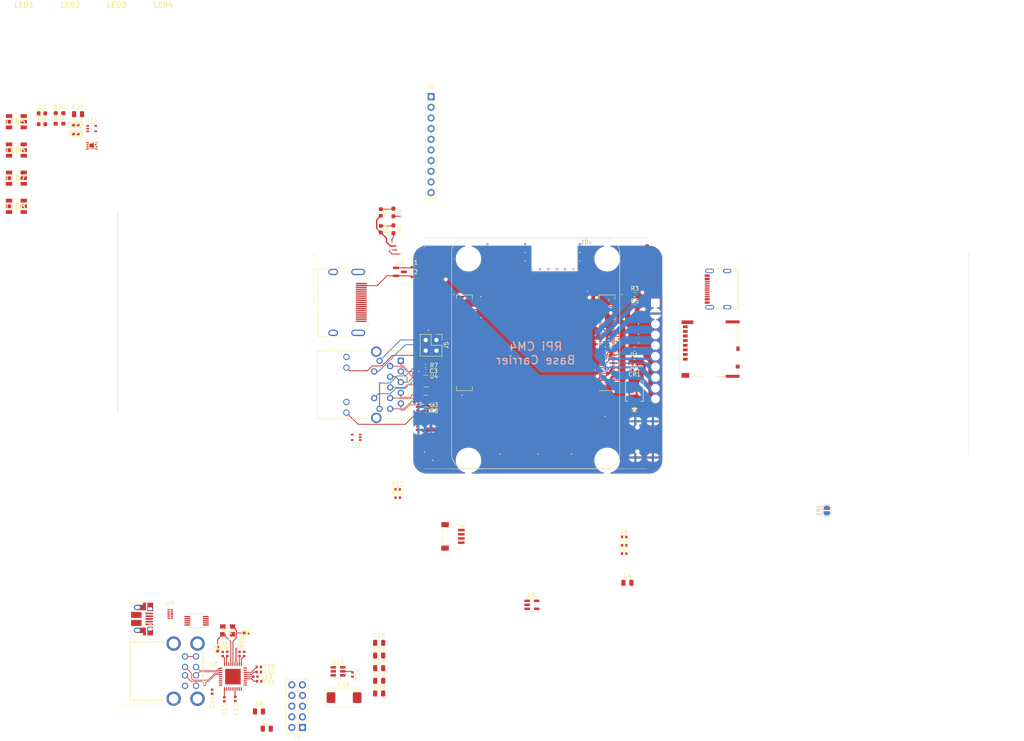
<source format=kicad_pcb>
(kicad_pcb (version 20221018) (generator pcbnew)
  (title_block (title "Raspberry Pi Compute Module 4 Carrier Template") (date "2020-10-31") (rev "v01") (comment 2 "creativecommons.org/licenses/by/4.0/") (comment 3 "License: CC BY-SA 4.0") (comment 4 "Author: Shawn Hymel"))
  (layers (0 "F.Cu" signal) (1 "In1.Cu" signal) (2 "In2.Cu" signal) (31 "B.Cu" signal) (34 "B.Paste" user) (35 "F.Paste" user) (36 "B.SilkS" user "B.Silkscreen") (37 "F.SilkS" user "F.Silkscreen") (38 "B.Mask" user) (39 "F.Mask" user) (44 "Edge.Cuts" user))
  (net 0 "")
  (net 1 "/CM4 High Speed/HDMI/HDMI_5v")
  (net 2 "Net-(C3-Pad1)")
  (net 3 "GND")
  (net 4 "+5V")
  (net 5 "/SDCard/SD_PWR")
  (net 6 "Net-(U8-XTALIN{slash}CLKIN)")
  (net 7 "Net-(U8-XTALOUT)")
  (net 8 "+3V3")
  (net 10 "/CM4 High Speed/USB2-HUB/VBUS")
  (net 11 "Net-(D1-K)")
  (net 12 "Net-(D2-K)")
  (net 13 "/CM4 High Speed/HDMI0_HOTPLUG")
  (net 14 "/CM4 High Speed/HDMI0_SDA")
  (net 15 "/CM4 High Speed/HDMI0_SCL")
  (net 16 "/CM4 GPIO/nRPIBOOT")
  (net 18 "/CM4 High Speed/HDMI0_CEC")
  (net 19 "/CM4 High Speed/HDMI0_CK_N")
  (net 20 "Net-(D3-K)")
  (net 21 "/CM4 GPIO/GPIO7")
  (net 22 "/CM4 GPIO/GPIO8")
  (net 23 "Net-(D4-K)")
  (net 24 "/CM4 GPIO/LEDs/SCL")
  (net 25 "/CM4 GPIO/LEDs/SDA")
  (net 26 "/CM4 GPIO/GPIO11")
  (net 27 "/CM4 GPIO/GPIO9")
  (net 30 "/CM4 GPIO/GPIO10")
  (net 31 "/CM4 GPIO/GPIO15")
  (net 34 "Net-(J3-CC2)")
  (net 36 "/CM4 GPIO/GPIO14")
  (net 37 "Net-(J3-CC1)")
  (net 40 "/magjack/TR1_TAP")
  (net 41 "/magjack/TR2_TAP")
  (net 42 "/magjack/TR0_TAP")
  (net 43 "/magjack/TR3_TAP")
  (net 44 "Net-(J6-DET_A)")
  (net 45 "Net-(J6-DET_B)")
  (net 46 "/CM4 GPIO/SD_DAT1")
  (net 47 "/CM4 GPIO/SD_DAT0")
  (net 48 "/CM4 GPIO/SD_CLK")
  (net 49 "/CM4 GPIO/SD_CMD")
  (net 50 "/CM4 GPIO/SD_DAT3")
  (net 51 "/CM4 GPIO/SD_DAT2")
  (net 52 "Net-(J7-VBUS)")
  (net 53 "/CM4 High Speed/USB2-HUB/USBD_N")
  (net 54 "/CM4 High Speed/USB2-HUB/USBD_P")
  (net 56 "/CM4 High Speed/USB2-HUB/HD1_N")
  (net 57 "/CM4 High Speed/USB2-HUB/HD1_P")
  (net 58 "/CM4 High Speed/USB2-HUB/HD2_N")
  (net 59 "/CM4 GPIO/GPIO2")
  (net 60 "/CM4 High Speed/USB2-HUB/HD2_P")
  (net 61 "/CM4 High Speed/USB2-HUB/HD3_N")
  (net 62 "/CM4 High Speed/USB2-HUB/HD4_N")
  (net 63 "/CM4 High Speed/USB2-HUB/HD3_P")
  (net 65 "/CM4 High Speed/USB2-HUB/HD4_P")
  (net 68 "/CM4 GPIO/TRD3_P")
  (net 69 "/CM4 High Speed/USB2_N")
  (net 70 "/CM4 GPIO/TRD1_P")
  (net 71 "/CM4 GPIO/TRD3_N")
  (net 72 "/CM4 GPIO/TRD1_N")
  (net 73 "/CM4 GPIO/TRD2_N")
  (net 74 "/CM4 GPIO/EEPROM_nWP")
  (net 75 "/CM4 GPIO/TRD0_N")
  (net 76 "/CM4 GPIO/TRD2_P")
  (net 77 "/CM4 GPIO/TRD0_P")
  (net 78 "/CM4 GPIO/ETH_LEDY")
  (net 79 "/CM4 GPIO/nLED_Activity")
  (net 81 "/CM4 GPIO/ETH_LEDG")
  (net 82 "/CM4 GPIO/nPWR_LED")
  (net 84 "/CM4 High Speed/USB_OTG_ID")
  (net 86 "Net-(R6-Pad2)")
  (net 110 "/CM4 GPIO/GPIO3")
  (net 112 "/CM4 GPIO/SD_PWR_ON")
  (net 114 "/CM4 GPIO/SCL0")
  (net 115 "/CM4 GPIO/SDA0")
  (net 123 "/CM4 High Speed/USB2-HUB/nEXTRST")
  (net 180 "Net-(U5-LEDG_K)")
  (net 181 "Net-(U5-LEDY_K)")
  (net 182 "/SDCard/Reserved")
  (net 183 "Net-(U8-SCL{slash}SMBCLK{slash}CFG_SEL0)")
  (net 184 "Net-(U8-SDA{slash}SMBDATA{slash}NON_REM1)")
  (net 185 "Net-(U8-SUSP_IND{slash}LOCAL_PWR{slash}NON_REM0)")
  (net 186 "Net-(U8-RBIAS)")
  (net 187 "Net-(U8-HS_IND{slash}CFG_SEL1)")
  (net 188 "Net-(U10-ILIM)")
  (net 191 "/CM4 High Speed/USB2-HUB/USBH_N")
  (net 192 "/CM4 High Speed/USB2-HUB/USBH_P")
  (net 194 "/CM4 High Speed/USB2-HUB/PWR1")
  (net 195 "/CM4 High Speed/USB2-HUB/nOCS1")
  (net 201 "Net-(U9-D1+)")
  (net 202 "Net-(U9-D1-)")
  (net 203 "/CM4 GPIO/LEDs/RGB3")
  (net 204 "/CM4 GPIO/LEDs/RGB4")
  (net 205 "/CM4 GPIO/LEDs/RGB2")
  (net 206 "/CM4 GPIO/LEDs/RGB1")
  (net 207 "Net-(R21-Pad2)")
  (footprint "Resistor_SMD:R_0603_1608Metric_Pad0.98x0.95mm_HandSolder" (layer "F.Cu") (at 169.5875 93.5)
    (fp_text reference "R5")
    (fp_text value "DNP")
  )
  (footprint "CM4IO:USB_Micro-B_EDAC_UCON00686" (layer "F.Cu") (at 51.2 167.7625 -90)
    (fp_text reference "J7")
    (fp_text value "USB_OTG" hide)
  )
  (footprint "Resistor_SMD:R_0402_1005Metric" (layer "F.Cu") (at 119.8 107.5)
    (fp_text reference "R7")
    (fp_text value "470R")
  )
  (footprint "Package_SO:MSOP-10_3x3mm_P0.5mm" (layer "F.Cu") (at 65.3 168.2 180)
    (fp_text reference "U7")
    (fp_text value "FSUSB42MUX")
  )
  (footprint "Resistor_SMD:R_0402_1005Metric" (layer "F.Cu") (at 113.155 138.885)
    (fp_text reference "R13")
    (fp_text value "2.2K 1%" hide)
  )
  (footprint "CM4IO:SDCARD_MOLEX_503398-1892" (layer "F.Cu") (at 187.2325 103.5 90)
    (fp_text reference "J6")
    (fp_text value "Micro_SD_Card_Det")
  )
  (footprint "CM4IO:MOLEX_USB_67298-4090" (layer "F.Cu") (at 59.835 180.2 -90)
    (fp_text reference "J8")
    (fp_text value "690-008-221-904")
  )
  (footprint "Capacitor_SMD:C_0805_2012Metric" (layer "F.Cu") (at 108.75 173.47)
    (fp_text reference "C15")
    (fp_text value "10u")
  )
  (footprint "Resistor_SMD:R_0603_1608Metric_Pad0.98x0.95mm_HandSolder" (layer "F.Cu") (at 169.5 106.5 180)
    (fp_text reference "R4")
    (fp_text value "5.1k")
  )
  (footprint "Resistor_SMD:R_0402_1005Metric" (layer "F.Cu") (at 102.4 181 -90)
    (fp_text reference "R19")
    (fp_text value "15K 1%" hide)
  )
  (footprint "SamacSys_Parts:RESC1005X37N" (layer "F.Cu") (at 36.53 52.28)
    (fp_text reference "R23")
    (fp_text value "4K7" hide)
  )
  (footprint "Resistor_SMD:R_0402_1005Metric" (layer "F.Cu") (at 113.155 136.895)
    (fp_text reference "R12")
    (fp_text value "2.2K 1%" hide)
  )
  (footprint "Resistor_SMD:R_0603_1608Metric_Pad0.98x0.95mm_HandSolder" (layer "F.Cu") (at 32.68 49.81)
    (fp_text reference "R21")
    (fp_text value "1k")
  )
  (footprint "Fiducial:Fiducial_1mm_Mask2mm" (layer "F.Cu") (at 119.5 130)
    (fp_text reference "REF**" hide)
    (fp_text value "Fiducial_1mm_Mask2mm")
  )
  (footprint "Resistor_SMD:R_0402_1005Metric" (layer "F.Cu") (at 76.6 176.1 90)
    (fp_text reference "R16")
    (fp_text value "36K 1%" hide)
  )
  (footprint "Resistor_SMD:R_0402_1005Metric" (layer "F.Cu") (at 167.06 152.21)
    (fp_text reference "R11")
    (fp_text value "12K 1%")
  )
  (footprint "Resistor_SMD:R_0402_1005Metric" (layer "F.Cu") (at 80.2 182.6)
    (fp_text reference "R15")
    (fp_text value "36K 1%" hide)
  )
  (footprint "Capacitor_SMD:C_0402_1005Metric" (layer "F.Cu") (at 71.5 176.12 90)
    (fp_text reference "C9")
    (fp_text value "100n" hide)
  )
  (footprint "SamacSys_Parts:CAPC1005X56N" (layer "F.Cu") (at 70.3 174.95 -90)
    (fp_text reference "C5")
    (fp_text value "8pf" hide)
  )
  (footprint "Capacitor_SMD:C_0402_1005Metric" (layer "F.Cu") (at 79.3 181.5)
    (fp_text reference "C13")
    (fp_text value "100n" hide)
  )
  (footprint "Capacitor_SMD:C_0805_2012Metric" (layer "F.Cu") (at 37.08 47.55)
    (fp_text reference "C21")
    (fp_text value "10u")
  )
  (footprint "Package_TO_SOT_SMD:SOT-23-6" (layer "F.Cu") (at 98.9625 180.25)
    (fp_text reference "U10")
    (fp_text value "AP22653W6" hide)
  )
  (footprint "Resistor_SMD:R_0402_1005Metric" (layer "F.Cu") (at 119.8 118.2)
    (fp_text reference "R8")
    (fp_text value "470R")
  )
  (footprint "SamacSys_Parts:515-1114F" (layer "F.Cu") (at 25.135 45.3)
    (fp_text reference "LED1")
    (fp_text value "515-1114F" hide)
  )
  (footprint "Resistor_SMD:R_0402_1005Metric" (layer "F.Cu") (at 80.1 180.4)
    (fp_text reference "R14")
    (fp_text value "36K 1%" hide)
  )
  (footprint "footprints:SMBJ5.0A-TR" (layer "F.Cu") (at 169.5 113.5 90)
    (fp_text reference "CR1")
    (fp_text value "SMBJ5.0A-TR" hide)
  )
  (footprint "SamacSys_Parts:APF3236SEEZGKQBKC" (layer "F.Cu") (at 22.405 56.095)
    (fp_text reference "LED6")
    (fp_text value "APF3236SEEZGKQBKC" hide)
  )
  (footprint "CM4IO:TRJG0926HENL" (layer "F.Cu") (at 105.0125 112 -90)
    (fp_text reference "U5")
    (fp_text value "MagJack-A70-112-331N126" hide)
  )
  (footprint "SamacSys_Parts:515-1114F" (layer "F.Cu") (at 36.19 45.3)
    (fp_text reference "LED2")
    (fp_text value "515-1114F" hide)
  )
  (footprint "Connector_PinHeader_2.54mm:PinHeader_2x05_P2.54mm_Vertical" (layer "F.Cu") (at 90.5 193.62 180)
    (fp_text reference "J9")
    (fp_text value "Conn_02x05_Odd_Even" hide)
  )
  (footprint "Capacitor_SMD:C_0402_1005Metric" (layer "F.Cu") (at 74.5 186.8 -90)
    (fp_text reference "C12")
    (fp_text value "100n" hide)
  )
  (footprint "Capacitor_SMD:C_0805_2012Metric" (layer "F.Cu") (at 167.83 159.16)
    (fp_text reference "C4")
    (fp_text value "10u")
  )
  (footprint "Package_TO_SOT_SMD:SOT-23" (layer "F.Cu") (at 113.7 85.1)
    (fp_text reference "U1")
    (fp_text value "RT9742SNGV")
  )
  (footprint "Capacitor_SMD:C_0805_2012Metric" (layer "F.Cu") (at 82 193.9)
    (fp_text reference "C7")
    (fp_text value "10u")
  )
  (footprint "SamacSys_Parts:APF3236SEEZGKQBKC" (layer "F.Cu") (at 22.405 62.795)
    (fp_text reference "LED7")
    (fp_text value "APF3236SEEZGKQBKC" hide)
  )
  (footprint "Capacitor_SMD:C_0402_1005Metric" (layer "F.Cu") (at 117 86.3)
    (fp_text reference "C2")
    (fp_text value "100n")
  )
  (footprint "Capacitor_SMD:C_0402_1005Metric" (layer "F.Cu") (at 75.5 176.1 90)
    (fp_text reference "C10")
    (fp_text value "100n" hide)
  )
  (footprint "Resistor_SMD:R_0402_1005Metric" (layer "F.Cu") (at 72.6 176.1 -90)
    (fp_text reference "R17")
    (fp_text value "12K 1%" hide)
  )
  (footprint "Resistor_SMD:R_0603_1608Metric_Pad0.98x0.95mm_HandSolder" (layer "F.Cu") (at 32.68 47.3)
    (fp_text reference "R20")
    (fp_text value "1k")
  )
  (footprint "Resistor_SMD:R_0402_1005Metric" (layer "F.Cu") (at 80.1 179.2)
    (fp_text reference "R18")
    (fp_text value "36K 1%" hide)
  )
  (footprint "SamacSys_Parts:RESC1005X37N" (layer "F.Cu") (at 36.53 50.13)
    (fp_text reference "R22")
    (fp_text value "4K7" hide)
  )
  (footprint "Resistor_SMD:R_0402_1005Metric" (layer "F.Cu") (at 167.06 150.22)
    (fp_text reference "R10")
    (fp_text value "nf")
  )
  (footprint "Capacitor_SMD:C_0805_2012Metric" (layer "F.Cu") (at 108.75 182.5)
    (fp_text reference "C19")
    (fp_text value "10u")
  )
  (footprint "Capacitor_SMD:C_0402_1005Metric" (layer "F.Cu") (at 117 84)
    (fp_text reference "C1")
    (fp_text value "100n")
  )
  (footprint "Capacitor_SMD:C_0402_1005Metric" (layer "F.Cu") (at 71.9 186.9 -90)
    (fp_text reference "C11")
    (fp_text value "100n" hide)
  )
  (footprint "Resistor_SMD:R_0603_1608Metric_Pad0.98x0.95mm_HandSolder" (layer "F.Cu") (at 112.15 70.9625 -90)
    (fp_text reference "R2")
    (fp_text value "1k")
  )
  (footprint "SamacSys_Parts:515-1114F" (layer "F.Cu") (at 58.3 45.3)
    (fp_text reference "LED4")
    (fp_text value "515-1114F" hide)
  )
  (footprint "SamacSys_Parts:515-1114F" (layer "F.Cu") (at 47.245 45.3)
    (fp_text reference "LED3")
    (fp_text value "515-1114F" hide)
  )
  (footprint "Package_TO_SOT_SMD:SOT-353_SC-70-5" (layer "F.Cu") (at 40.33 50.98)
    (fp_text reference "U11")
    (fp_text value "74LVC1G07SE-7")
  )
  (footprint "LED_SMD:LED_0603_1608Metric" (layer "F.Cu") (at 28.5 47.34)
    (fp_text reference "D3")
    (fp_text value "LED Green")
  )
  (footprint "SamacSys_Parts:APF3236SEEZGKQBKC" (layer "F.Cu") (at 22.405 69.495)
    (fp_text reference "LED8")
    (fp_text value "APF3236SEEZGKQBKC" hide)
  )
  (footprint "SamacSys_Parts:CX3225CA24000D0HSSCC" (layer "F.Cu") (at 72.7 170.5)
    (fp_text reference "Y1")
    (fp_text value "CX3225CA24000D0HSSCC" hide)
  )
  (footprint "Capacitor_SMD:C_0805_2012Metric" (layer "F.Cu") (at 108.75 185.51)
    (fp_text reference "C20")
    (fp_text value "10u")
  )
  (footprint "LED_SMD:LED_0603_1608Metric" (layer "F.Cu") (at 109.15 74.9625 -90)
    (fp_text reference "D2")
    (fp_text value "LED Red")
  )
  (footprint "Package_SON:USON-10_2.5x1.0mm_P0.5mm" (layer "F.Cu") (at 119.815 115.9 180)
    (fp_text reference "U3")
    (fp_text value "TPD4EUSB30" hide)
  )
  (footprint "Capacitor_SMD:C_0402_1005Metric" (layer "F.Cu") (at 119.805 108.71)
    (fp_text reference "C3")
    (fp_text value "100n" hide)
  )
  (footprint "Resistor_SMD:R_0402_1005Metric" (layer "F.Cu") (at 167.06 148.23)
    (fp_text reference "R9")
    (fp_text value "nf")
  )
  (footprint "Connector_PinHeader_2.54mm:PinHeader_1x10_P2.54mm_Vertical" (layer "F.Cu") (at 121.1 43.38)
    (fp_text reference "J2")
    (fp_text value "DNP")
  )
  (footprint "Capacitor_SMD:C_0805_2012Metric" (layer "F.Cu") (at 108.75 176.48)
    (fp_text reference "C17")
    (fp_text value "10u")
  )
  (footprint "LED_SMD:LED_0603_1608Metric" (layer "F.Cu") (at 109.15 70.9625 -90)
    (fp_text reference "D1")
    (fp_text value "LED Green")
  )
  (footprint "SamacSys_Parts:SON50P200X200X58-9N" (layer "F.Cu") (at 40.33 55.055)
    (fp_text reference "IC2")
    (fp_text value "KTD2052BEVAA-TR" hide)
  )
  (footprint "SamacSys_Parts:APF3236SEEZGKQBKC" (layer "F.Cu") (at 22.405 49.35)
    (fp_text reference "LED5")
    (fp_text value "APF3236SEEZGKQBKC" hide)
  )
  (footprint "Resistor_SMD:R_0603_1608Metric_Pad0.98x0.95mm_HandSolder" (layer "F.Cu") (at 169.5 103.5 180)
    (fp_text reference "R1")
    (fp_text value "5.1k")
  )
  (footprint "Capacitor_Tantalum_SMD:CP_EIA-7343-31_Kemet-D" (layer "F.Cu") (at 100.4 186.5)
    (fp_text reference "C16")
    (fp_text value "100uF")
  )
  (footprint "Resistor_SMD:R_0603_1608Metric_Pad0.98x0.95mm_HandSolder" (layer "F.Cu") (at 169.5875 90.5)
    (fp_text reference "R3")
    (fp_text value "DNP")
  )
  (footprint "SM04B-SRSS-TB_LF__SN_:JST_SM04B-SRSS-TB(LF)(SN)" (layer "F.Cu") (at 128.3 148.1 -90)
    (fp_text reference "J4")
    (fp_text value "SM04B-SRSS-TB(LF)(SN)")
  )
  (footprint "Package_TO_SOT_SMD:SOT-23-5" (layer "F.Cu") (at 145.1 164.4)
    (fp_text reference "U6")
    (fp_text value "RT9742GGJ5")
  )
  (footprint "Resistor_SMD:R_0603_1608Metric_Pad0.98x0.95mm_HandSolder" (layer "F.Cu") (at 112.15 74.9625 -90)
    (fp_text reference "R6")
    (fp_text value "1k")
  )
  (footprint "Package_SON:USON-10_2.5x1.0mm_P0.5mm" (layer "F.Cu") (at 59.015 166.6)
    (fp_text reference "U9")
    (fp_text value "TPD4EUSB30" hide)
  )
  (footprint "Capacitor_SMD:C_0402_1005Metric" (layer "F.Cu") (at 69 185.1 -90)
    (fp_text reference "C14")
    (fp_text value "100n" hide)
  )
  (footprint "Package_TO_SOT_SMD:SOT-353_SC-70-5" (layer "F.Cu") (at 103.3 124.5 180)
    (fp_text reference "U2")
    (fp_text value "74LVC1G07SE-7")
  )
  (footprint "LED_SMD:LED_0603_1608Metric" (layer "F.Cu") (at 28.5 49.93)
    (fp_text reference "D4")
    (fp_text value "LED Red")
  )
  (footprint "Capacitor_SMD:C_0805_2012Metric" (layer "F.Cu") (at 108.75 179.49)
    (fp_text reference "C18")
    (fp_text value "10u")
  )
  (footprint "Connector_PinHeader_2.54mm:PinHeader_2x02_P2.54mm_Vertical" (layer "F.Cu") (at 122.375 101.325 -90)
    (fp_text reference "J5")
    (fp_text value "THD-02-R")
  )
  (footprint "SamacSys_Parts:CAPC1005X56N" (layer "F.Cu") (at 77.1 171.1)
    (fp_text reference "C6")
    (fp_text value "8pf" hide)
  )
  (footprint "Fiducial:Fiducial_1mm_Mask2mm" (layer "F.Cu") (at 172.5 79)
    (fp_text reference "REF**" hide)
    (fp_text value "Fiducial_1mm_Mask2mm")
  )
  (footprint "Package_SON:USON-10_2.5x1.0mm_P0.5mm" (layer "F.Cu") (at 119.815 111.1 180)
    (fp_text reference "U4")
    (fp_text value "TPD4EUSB30" hide)
  )
  (footprint "CM4IO:Raspberry-Pi-4-Compute-Module" (layer "F.Cu") (at 162.5 80.5 180)
    (fp_text reference "Module1" hide)
    (fp_text value "ComputeModule4-CM4")
  )
  (footprint "Package_DFN_QFN:QFN-36-1EP_6x6mm_P0.5mm_EP3.7x3.7mm" (layer "F.Cu") (at 73.9375 181.5)
    (fp_text reference "U8")
    (fp_text value "USB2514B-I/M2" hide)
  )
  (footprint "Capacitor_SMD:C_0805_2012Metric" (layer "F.Cu") (at 80.15 189.8)
    (fp_text reference "C8")
    (fp_text value "10u")
  )
  (footprint "CM4IO:EDAC 690-019-298-412" (layer "F.Cu") (at 103.75675 92.375 -90)
    (fp_text reference "J1")
    (fp_text value "690-019-298-412")
  )
  (footprint "USB4105-GF-A:GCT_USB4105-GF-A" (layer "F.Cu") (at 191.58 89.21 90)
    (fp_text reference "J3")
    (fp_text value "USB4105-GF-A")
  )
  (footprint "Jumper:SolderJumper-2_P1.3mm_Open_RoundedPad1.0x1.5mm" (layer "B.Cu") (at 215.3 141.95 -90)
    (fp_text reference "JP1")
    (fp_text value "SolderJumper_2_Open")
  )
  (gr_line (start 249 128.9) (end 249 80.9) (stroke (width 0.1)) (layer "Edge.Cuts"))
  (gr_line (start 46.5 70.7) (end 46.5 118.7) (stroke (width 0.1)) (layer "Edge.Cuts"))
  (gr_line (start 119.5 132) (end 172.5 132) (stroke (width 0.1)) (layer "Edge.Cuts"))
  (gr_line (start 172.5 77) (end 119.5 77) (stroke (width 0.1)) (layer "Edge.Cuts"))
  (gr_text "RPi CM4\nBase Carrier" (at 146 104.5) (layer "B.SilkS") (effects (font (size 2 2) (thickness 0.3)) (justify mirror)))
  (gr_text "v01" (at 158 78) (layer "B.SilkS") (effects (font (size 1 1)) (justify mirror)))
  (segment (start 111.8 79.9125) (end 112.7 79.9125) (width 0.2) (layer "F.Cu") (net 1))
  (segment (start 116.27 86.05) (end 116.52 86.3) (width 0.2) (layer "F.Cu") (net 1))
  (segment (start 112.7 79.9125) (end 112.75 79.8625) (width 0.2) (layer "F.Cu") (net 1))
  (segment (start 108.3 88.375) (end 104.48675 88.375) (width 0.2) (layer "F.Cu") (net 1))
  (segment (start 112.7625 86.05) (end 116.27 86.05) (width 0.2) (layer "F.Cu") (net 1))
  (segment (start 110.625 86.05) (end 112.7625 86.05) (width 0.2) (layer "F.Cu") (net 1))
  (segment (start 108.3 88.375) (end 110.625 86.05) (width 0.2) (layer "F.Cu") (net 1))
  (via (at 112.75 79.8625) (size 0.508) (drill 0.254) (layers "F.Cu" "B.Cu") (net 1))
  (segment (start 112.6325 110.095) (end 113.9025 111.365) (width 0.2) (layer "F.Cu") (net 2))
  (segment (start 111.3625 110.095) (end 112.6325 110.095) (width 0.2) (layer "F.Cu") (net 2))
  (segment (start 119.325 108.71) (end 118.305 108.71) (width 0.2) (layer "F.Cu") (net 2))
  (segment (start 118.305 108.71) (end 118.205 108.81) (width 0.2) (layer "F.Cu") (net 2))
  (via (at 118.205 108.81) (size 0.508) (drill 0.254) (layers "F.Cu" "B.Cu") (net 2))
  (segment (start 115.65 111.365) (end 113.9025 111.365) (width 0.2) (layer "B.Cu") (net 2))
  (segment (start 118.205 108.81) (end 115.65 111.365) (width 0.2) (layer "B.Cu") (net 2))
  (via (at 154.5 128.5) (size 0.508) (drill 0.254) (layers "F.Cu" "B.Cu") (net 3))
  (via (at 170.5 102) (size 0.508) (drill 0.254) (layers "F.Cu" "B.Cu") (net 3))
  (via (at 126.5 90.5) (size 0.508) (drill 0.254) (layers "F.Cu" "B.Cu") (net 3))
  (via (at 143.5 80.5) (size 0.508) (drill 0.254) (layers "F.Cu" "B.Cu") (net 3))
  (via (at 145 84.5) (size 0.508) (drill 0.254) (layers "F.Cu" "B.Cu") (net 3))
  (via (at 119.5 79) (size 0.508) (drill 0.254) (layers "F.Cu" "B.Cu") (net 3))
  (via (at 156.5 80.5) (size 0.508) (drill 0.254) (layers "F.Cu" "B.Cu") (net 3))
  (via (at 121.5 130) (size 0.508) (drill 0.254) (layers "F.Cu" "B.Cu") (net 3))
  (via (at 170.5 100) (size 0.508) (drill 0.254) (layers "F.Cu" "B.Cu") (net 3))
  (via (at 134.5 78.5) (size 0.508) (drill 0.254) (layers "F.Cu" "B.Cu") (net 3))
  (via (at 143.5 82.5) (size 0.508) (drill 0.254) (layers "F.Cu" "B.Cu") (net 3))
  (via (at 155 84.5) (size 0.508) (drill 0.254) (layers "F.Cu" "B.Cu") (net 3))
  (via (at 133 91) (size 0.508) (drill 0.254) (layers "F.Cu" "B.Cu") (net 3))
  (via (at 143.5 78.5) (size 0.508) (drill 0.254) (layers "F.Cu" "B.Cu") (net 3))
  (via (at 133 96) (size 0.508) (drill 0.254) (layers "F.Cu" "B.Cu") (net 3))
  (via (at 156.5 82.5) (size 0.508) (drill 0.254) (layers "F.Cu" "B.Cu") (net 3))
  (via (at 146.5 128.5) (size 0.508) (drill 0.254) (layers "F.Cu" "B.Cu") (net 3))
  (via (at 128.5 114.5) (size 0.508) (drill 0.254) (layers "F.Cu" "B.Cu") (net 3))
  (via (at 137.5 128.5) (size 0.508) (drill 0.254) (layers "F.Cu" "B.Cu") (net 3))
  (via (at 153 84.5) (size 0.508) (drill 0.254) (layers "F.Cu" "B.Cu") (net 3))
  (via (at 156.5 78.5) (size 0.508) (drill 0.254) (layers "F.Cu" "B.Cu") (net 3))
  (via (at 119.5 128) (size 0.508) (drill 0.254) (layers "F.Cu" "B.Cu") (net 3))
  (via (at 147 84.5) (size 0.508) (drill 0.254) (layers "F.Cu" "B.Cu") (net 3))
  (via (at 151 84.5) (size 0.508) (drill 0.254) (layers "F.Cu" "B.Cu") (net 3))
  (via (at 162.5 119.5) (size 0.508) (drill 0.254) (layers "F.Cu" "B.Cu") (net 3))
  (via (at 166.5 90.5) (size 0.508) (drill 0.254) (layers "F.Cu" "B.Cu") (net 3))
  (via (at 149 84.5) (size 0.508) (drill 0.254) (layers "F.Cu" "B.Cu") (net 3))
  (via (at 168.5 108.5) (size 0.508) (drill 0.254) (layers "F.Cu" "B.Cu") (net 3))
  (via (at 170.5 97.5) (size 0.508) (drill 0.254) (layers "F.Cu" "B.Cu") (net 3))
  (segment (start 164.5 95) (end 165.5 95) (width 0.2) (layer "F.Cu") (net 4))
  (segment (start 169.5 115.4939) (end 168.1061 115.4939) (width 1.35) (layer "F.Cu") (net 4))
  (segment (start 164.5 95.8) (end 165.5 95.8) (width 0.2) (layer "F.Cu") (net 4))
  (segment (start 165.5 96.2) (end 165.9 96.6) (width 0.2) (layer "F.Cu") (net 4))
  (segment (start 165.9 95.4) (end 165.9 94.6) (width 1.35) (layer "F.Cu") (net 4))
  (segment (start 164.5 96.2) (end 165.5 96.2) (width 0.2) (layer "F.Cu") (net 4))
  (segment (start 165.9 96.6) (end 165.9 95.4) (width 1.35) (layer "F.Cu") (net 4))
  (segment (start 166.75 121.1) (end 166.7 121.05) (width 0.6) (layer "F.Cu") (net 4))
  (segment (start 164.5 94.6) (end 165.9 94.6) (width 0.2) (layer "F.Cu") (net 4))
  (segment (start 168.1061 115.4939) (end 167.0061 115.4939) (width 1.35) (layer "F.Cu") (net 4))
  (segment (start 166.7 118.2939) (end 166.7 121.05) (width 1.35) (layer "F.Cu") (net 4))
  (segment (start 165.5 95.8) (end 165.9 95.4) (width 0.2) (layer "F.Cu") (net 4))
  (segment (start 167.0061 115.4939) (end 166.7 115.8) (width 1.35) (layer "F.Cu") (net 4))
  (segment (start 166.7 118.2939) (end 166.7061 118.2939) (width 0.2) (layer "F.Cu") (net 4))
  (segment (start 164.5 95.4) (end 165.9 95.4) (width 0.2) (layer "F.Cu") (net 4))
  (segment (start 116.37 84.15) (end 116.52 84) (width 0.2) (layer "F.Cu") (net 4))
  (segment (start 165.5 95) (end 165.9 94.6) (width 0.2) (layer "F.Cu") (net 4))
  (segment (start 164.5 96.6) (end 165.9 96.6) (width 0.2) (layer "F.Cu") (net 4))
  (segment (start 166.7 115.8) (end 166.7 97.4) (width 1.35) (layer "F.Cu") (net 4))
  (segment (start 112.7625 84.15) (end 116.37 84.15) (width 0.2) (layer "F.Cu") (net 4))
  (segment (start 166.7 97.4) (end 165.9 96.6) (width 1.35) (layer "F.Cu") (net 4))
  (segment (start 166.7 118.2939) (end 166.7 115.8) (width 1.35) (layer "F.Cu") (net 4))
  (segment (start 71.675 171.425) (end 73.4375 173.1875) (width 0.2) (layer "F.Cu") (net 6))
  (segment (start 70.3 172.675) (end 71.55 171.425) (width 0.2) (layer "F.Cu") (net 6))
  (segment (start 70.3 174.5) (end 70.3 172.675) (width 0.2) (layer "F.Cu") (net 6))
  (segment (start 73.4375 173.1875) (end 73.4375 178.5625) (width 0.2) (layer "F.Cu") (net 6))
  (segment (start 71.55 171.425) (end 71.675 171.425) (width 0.2) (layer "F.Cu") (net 6))
  (segment (start 74.8 170.525) (end 73.85 169.575) (width 0.2) (layer "F.Cu") (net 7))
  (segment (start 73.9375 173.1125) (end 74.8 172.25) (width 0.2) (layer "F.Cu") (net 7))
  (segment (start 76.65 171.1) (end 74.8 171.1) (width 0.2) (layer "F.Cu") (net 7))
  (segment (start 74.8 172.25) (end 74.8 171.1) (width 0.2) (layer "F.Cu") (net 7))
  (segment (start 73.9375 178.5625) (end 73.9375 173.1125) (width 0.2) (layer "F.Cu") (net 7))
  (segment (start 74.8 171.1) (end 74.8 170.525) (width 0.2) (layer "F.Cu") (net 7))
  (segment (start 110.45 77.05) (end 110.5 77.1) (width 0.3) (layer "F.Cu") (net 8))
  (segment (start 75.4375 176.6425) (end 75.5 176.58) (width 0.2) (layer "F.Cu") (net 8))
  (segment (start 71.9 186.42) (end 71.9 184.475) (width 0.2) (layer "F.Cu") (net 8))
  (segment (start 109.15 75.75) (end 110.45 77.05) (width 0.3) (layer "F.Cu") (net 8))
  (segment (start 78.82 181.5) (end 76.875 181.5) (width 0.2) (layer "F.Cu") (net 8))
  (segment (start 71.9375 177.0375) (end 71.5 176.6) (width 0.2) (layer "F.Cu") (net 8))
  (segment (start 111.45 78.9625) (end 112.75 78.9625) (width 0.3) (layer "F.Cu") (net 8))
  (segment (start 168.675 93.5) (end 168.675 90.5) (width 0.3) (layer "F.Cu") (net 8))
  (segment (start 126.6125 88.9875) (end 160.0125 88.9875) (width 0.3) (layer "F.Cu") (net 8))
  (segment (start 160.3 96.6) (end 160 96.3) (width 0.2) (layer "F.Cu") (net 8))
  (segment (start 160.0125 88.9875) (end 168.5875 88.9875) (width 0.3) (layer "F.Cu") (net 8))
  (segment (start 160 89) (end 160.0125 88.9875) (width 0.3) (layer "F.Cu") (net 8))
  (segment (start 74.4375 186.2575) (end 74.5 186.32) (width 0.2) (layer "F.Cu") (net 8))
  (segment (start 74.4375 184.4375) (end 74.4375 186.2575) (width 0.2) (layer "F.Cu") (net 8))
  (segment (start 110.5 77.1) (end 110.5 78.0125) (width 0.3) (layer "F.Cu") (net 8))
  (segment (start 160 96.3) (end 160 95.3) (width 0.3) (layer "F.Cu") (net 8))
  (segment (start 161.42 94.6) (end 161.42 94.2) (width 0.2) (layer "F.Cu") (net 8))
  (segment (start 160.1 95.4) (end 160 95.3) (width 0.2) (layer "F.Cu") (net 8))
  (segment (start 168.5875 88.9875) (end 168.5875 90.4125) (width 0.3) (layer "F.Cu") (net 8))
  (segment (start 161.42 96.6) (end 160.3 96.6) (width 0.2) (layer "F.Cu") (net 8))
  (segment (start 161.42 95.4) (end 160.1 95.4) (width 0.2) (layer "F.Cu") (net 8))
  (segment (start 108.15 74.75) (end 109.15 75.75) (width 0.3) (layer "F.Cu") (net 8))
  (segment (start 75.4375 178.5625) (end 75.4375 176.6425) (width 0.2) (layer "F.Cu") (net 8))
  (segment (start 71.9375 178.5625) (end 71.9375 177.0375) (width 0.2) (layer "F.Cu") (net 8))
  (segment (start 109.15 71.75) (end 108.15 72.75) (width 0.3) (layer "F.Cu") (net 8))
  (segment (start 168.5875 90.4125) (end 168.675 90.5) (width 0.3) (layer "F.Cu") (net 8))
  (segment (start 108.15 72.75) (end 108.15 74.75) (width 0.3) (layer "F.Cu") (net 8))
  (segment (start 161.42 95) (end 160 95) (width 0.2) (layer "F.Cu") (net 8))
  (segment (start 160 95) (end 160 89) (width 0.3) (layer "F.Cu") (net 8))
  (segment (start 110.5 78.0125) (end 111.45 78.9625) (width 0.3) (layer "F.Cu") (net 8))
  (segment (start 71.9 184.475) (end 71.9375 184.4375) (width 0.2) (layer "F.Cu") (net 8))
  (segment (start 160 95.3) (end 160 95) (width 0.3) (layer "F.Cu") (net 8))
  (segment (start 62.545 176.7) (end 65.165 176.7) (width 0.2) (layer "F.Cu") (net 10))
  (segment (start 109.15 70.175) (end 112.025 70.175) (width 0.2) (layer "F.Cu") (net 11))
  (segment (start 112.025 70.175) (end 112.15 70.05) (width 0.2) (layer "F.Cu") (net 11))
  (segment (start 109.15 74.175) (end 112.025 74.175) (width 0.2) (layer "F.Cu") (net 12))
  (segment (start 112.025 74.175) (end 112.15 74.05) (width 0.2) (layer "F.Cu") (net 12))
  (segment (start 164.5 93.4) (end 163.4 93.4) (width 0.2) (layer "F.Cu") (net 16))
  (via (at 163.4 93.4) (size 0.508) (drill 0.254) (layers "F.Cu" "B.Cu") (net 16))
  (segment (start 159.3 97.5) (end 159.3 104.319922) (width 0.2) (layer "B.Cu") (net 16))
  (segment (start 163.4 93.4) (end 159.3 97.5) (width 0.2) (layer "B.Cu") (net 16))
  (segment (start 159.3 104.319922) (end 164.480078 109.5) (width 0.2) (layer "B.Cu") (net 16))
  (segment (start 164.5 104.6) (end 163.7 104.6) (width 0.2) (layer "F.Cu") (net 21))
  (segment (start 163.4 106.2) (end 162.7 106.9) (width 0.2) (layer "F.Cu") (net 21))
  (segment (start 163.4 104.9) (end 163.4 106.2) (width 0.2) (layer "F.Cu") (net 21))
  (segment (start 163.7 104.6) (end 163.4 104.9) (width 0.2) (layer "F.Cu") (net 21))
  (via (at 162.7 106.9) (size 0.508) (drill 0.254) (layers "F.Cu" "B.Cu") (net 21))
  (segment (start 164.5 104.2) (end 163.4 104.2) (width 0.2) (layer "F.Cu") (net 22))
  (segment (start 163 104.6) (end 163 105.5) (width 0.2) (layer "F.Cu") (net 22))
  (segment (start 163.4 104.2) (end 163 104.6) (width 0.2) (layer "F.Cu") (net 22))
  (segment (start 163 105.5) (end 162.7 105.8) (width 0.2) (layer "F.Cu") (net 22))
  (via (at 162.7 105.8) (size 0.508) (drill 0.254) (layers "F.Cu" "B.Cu") (net 22))
  (segment (start 162.146 104.6) (end 162.446 104.9) (width 0.2) (layer "F.Cu") (net 26))
  (segment (start 161.42 104.6) (end 162.146 104.6) (width 0.2) (layer "F.Cu") (net 26))
  (via (at 162.446 104.9) (size 0.508) (drill 0.254) (layers "F.Cu" "B.Cu") (net 26))
  (segment (start 161.42 104.2) (end 162.3 104.2) (width 0.2) (layer "F.Cu") (net 27))
  (segment (start 162.3 104.2) (end 162.6 103.9) (width 0.2) (layer "F.Cu") (net 27))
  (via (at 162.6 103.9) (size 0.508) (drill 0.254) (layers "F.Cu" "B.Cu") (net 27))
  (segment (start 162.6 103.9) (end 162.8 103.7) (width 0.2) (layer "B.Cu") (net 27))
  (segment (start 161.42 103.4) (end 162.2 103.4) (width 0.2) (layer "F.Cu") (net 30))
  (segment (start 162.2 103.4) (end 162.6 103) (width 0.2) (layer "F.Cu") (net 30))
  (via (at 162.6 103) (size 0.508) (drill 0.254) (layers "F.Cu" "B.Cu") (net 30))
  (segment (start 162.6 103) (end 164.8 103) (width 0.2) (layer "B.Cu") (net 30))
  (segment (start 164.8 103) (end 166.64 101.16) (width 0.2) (layer "B.Cu") (net 30))
  (segment (start 163.8 101.8) (end 163.4 101.4) (width 0.2) (layer "F.Cu") (net 31))
  (segment (start 164.5 101.8) (end 163.8 101.8) (width 0.2) (layer "F.Cu") (net 31))
  (via (at 163.4 101.4) (size 0.508) (drill 0.254) (layers "F.Cu" "B.Cu") (net 31))
  (segment (start 163.4 101.4) (end 165.7 99.1) (width 0.2) (layer "B.Cu") (net 31))
  (segment (start 165.7 99.1) (end 166.18 98.62) (width 0.2) (layer "B.Cu") (net 31))
  (segment (start 164.5 101) (end 163.9 101) (width 0.2) (layer "F.Cu") (net 36))
  (segment (start 163.9 101) (end 163.4 100.5) (width 0.2) (layer "F.Cu") (net 36))
  (via (at 163.4 100.5) (size 0.508) (drill 0.254) (layers "F.Cu" "B.Cu") (net 36))
  (segment (start 163.4 100.5) (end 167.82 96.08) (width 0.2) (layer "B.Cu") (net 36))
  (segment (start 108.607575 108.825) (end 114.957575 102.475) (width 0.2) (layer "B.Cu") (net 40))
  (segment (start 114.957575 102.475) (end 121.225 102.475) (width 0.2) (layer "B.Cu") (net 40))
  (segment (start 107.5725 108.825) (end 108.607575 108.825) (width 0.2) (layer "B.Cu") (net 40))
  (segment (start 121.225 102.475) (end 122.375 101.325) (width 0.2) (layer "B.Cu") (net 40))
  (segment (start 122.375 105.423475) (end 114.943475 112.855) (width 0.2) (layer "B.Cu") (net 41))
  (segment (start 108.6225 114.125) (end 107.5725 115.175) (width 0.2) (layer "B.Cu") (net 41))
  (segment (start 114.943475 112.855) (end 112.67 112.855) (width 0.2) (layer "B.Cu") (net 41))
  (segment (start 111.4 114.125) (end 108.6225 114.125) (width 0.2) (layer "B.Cu") (net 41))
  (segment (start 112.67 112.855) (end 111.4 114.125) (width 0.2) (layer "B.Cu") (net 41))
  (segment (start 122.375 103.865) (end 122.375 105.423475) (width 0.2) (layer "B.Cu") (net 41))
  (via (at 120.5 99) (size 0.508) (drill 0.254) (layers "F.Cu" "B.Cu") (net 42))
  (segment (start 113.8025 101.325) (end 119.835 101.325) (width 0.2) (layer "B.Cu") (net 42))
  (segment (start 108.8425 106.285) (end 113.8025 101.325) (width 0.2) (layer "B.Cu") (net 42))
  (segment (start 108.8425 117.715) (end 108.8425 111.6575) (width 0.2) (layer "F.Cu") (net 43))
  (segment (start 108.8425 111.6575) (end 108.9 111.6) (width 0.2) (layer "F.Cu") (net 43))
  (via (at 108.9 111.6) (size 0.508) (drill 0.254) (layers "F.Cu" "B.Cu") (net 43))
  (segment (start 115.002081 109.9) (end 113.042425 109.9) (width 0.2) (layer "B.Cu") (net 43))
  (segment (start 119.835 105.067081) (end 115.002081 109.9) (width 0.2) (layer "B.Cu") (net 43))
  (segment (start 111.357425 111.585) (end 108.915 111.585) (width 0.2) (layer "B.Cu") (net 43))
  (segment (start 113.042425 109.9) (end 111.357425 111.585) (width 0.2) (layer "B.Cu") (net 43))
  (segment (start 108.915 111.585) (end 108.9 111.6) (width 0.2) (layer "B.Cu") (net 43))
  (segment (start 119.835 103.865) (end 119.835 105.067081) (width 0.2) (layer "B.Cu") (net 43))
  (segment (start 71 179.5) (end 70.8536 179.6464) (width 0.1524) (layer "F.Cu") (net 56))
  (segment (start 66.012599 180.047599) (end 65.165 179.2) (width 0.1524) (layer "F.Cu") (net 56))
  (segment (start 70.8536 179.6464) (end 70.52769 179.6464) (width 0.1524) (layer "F.Cu") (net 56))
  (segment (start 70.126491 180.047599) (end 66.012599 180.047599) (width 0.1524) (layer "F.Cu") (net 56))
  (segment (start 70.52769 179.6464) (end 70.126491 180.047599) (width 0.1524) (layer "F.Cu") (net 56))
  (segment (start 70.507974 180.0988) (end 70.254373 180.352401) (width 0.1524) (layer "F.Cu") (net 57))
  (segment (start 70.254373 180.352401) (end 66.012599 180.352401) (width 0.1524) (layer "F.Cu") (net 57))
  (segment (start 70.832253 180.0988) (end 70.507974 180.0988) (width 0.1524) (layer "F.Cu") (net 57))
  (segment (start 66.012599 180.352401) (end 65.165 181.2) (width 0.1524) (layer "F.Cu") (net 57))
  (segment (start 70.931053 180) (end 70.832253 180.0988) (width 0.1524) (layer "F.Cu") (net 57))
  (segment (start 71 180) (end 70.931053 180) (width 0.1524) (layer "F.Cu") (net 57))
  (segment (start 70.605143 180.5) (end 70.400342 180.704801) (width 0.1524) (layer "F.Cu") (net 58))
  (segment (start 64.1388 181.9864) (end 64.1388 180.7938) (width 0.1524) (layer "F.Cu") (net 58))
  (segment (start 68.036872 182.3476) (end 64.5 182.3476) (width 0.1524) (layer "F.Cu") (net 58))
  (segment (start 71 180.5) (end 70.605143 180.5) (width 0.1524) (layer "F.Cu") (net 58))
  (segment (start 70.400342 180.704801) (end 69.679671 180.704801) (width 0.1524) (layer "F.Cu") (net 58))
  (segment (start 69.679671 180.704801) (end 68.036872 182.3476) (width 0.1524) (layer "F.Cu") (net 58))
  (segment (start 64.1388 180.7938) (end 62.545 179.2) (width 0.1524) (layer "F.Cu") (net 58))
  (segment (start 64.5 182.3476) (end 64.1388 181.9864) (width 0.1524) (layer "F.Cu") (net 58))
  (segment (start 161.42 100.6) (end 160.6 100.6) (width 0.2) (layer "F.Cu") (net 59))
  (segment (start 160.6 100.6) (end 160.2 100.2) (width 0.2) (layer "F.Cu") (net 59))
  (via (at 160.2 100.2) (size 0.508) (drill 0.254) (layers "F.Cu" "B.Cu") (net 59))
  (segment (start 160.2 100.2) (end 160.2 99.2) (width 0.2) (layer "B.Cu") (net 59))
  (segment (start 67.5 182.9524) (end 67.5 183.347277) (width 0.1524) (layer "F.Cu") (net 60))
  (segment (start 64.989726 182.6524) (end 63.9974 182.6524) (width 0.1524) (layer "F.Cu") (net 60))
  (segment (start 63.9974 182.6524) (end 62.545 181.2) (width 0.1524) (layer "F.Cu") (net 60))
  (segment (start 70.526586 181.009581) (end 69.805947 181.009581) (width 0.1524) (layer "F.Cu") (net 60))
  (segment (start 68.163128 182.6524) (end 67.8 182.6524) (width 0.1524) (layer "F.Cu") (net 60))
  (segment (start 69.805947 181.009581) (end 68.163128 182.6524) (width 0.1524) (layer "F.Cu") (net 60))
  (segment (start 66.9 183.347277) (end 66.9 182.9524) (width 0.1524) (layer "F.Cu") (net 60))
  (segment (start 70.536167 181) (end 70.526586 181.009581) (width 0.1524) (layer "F.Cu") (net 60))
  (segment (start 71 181) (end 70.536167 181) (width 0.1524) (layer "F.Cu") (net 60))
  (segment (start 66.6 182.6524) (end 64.989726 182.6524) (width 0.1524) (layer "F.Cu") (net 60))
  (arc (start 66.9 182.9524) (mid 66.812132 182.740268) (end 66.6 182.6524) (width 0.1524) (layer "F.Cu") (net 60))
  (arc (start 67.2 183.647277) (mid 66.987868 183.559409) (end 66.9 183.347277) (width 0.1524) (layer "F.Cu") (net 60))
  (arc (start 67.8 182.6524) (mid 67.587868 182.740268) (end 67.5 182.9524) (width 0.1524) (layer "F.Cu") (net 60))
  (arc (start 67.5 183.347277) (mid 67.412132 183.559409) (end 67.2 183.647277) (width 0.1524) (layer "F.Cu") (net 60))
  (segment (start 119.017499 116.4) (end 118.919899 116.4976) (width 0.1524) (layer "F.Cu") (net 68))
  (segment (start 118.1 116.1976) (end 118.1 116.15945) (width 0.1524) (layer "F.Cu") (net 68))
  (segment (start 119.43 116.4) (end 120.2 116.4) (width 0.1524) (layer "F.Cu") (net 68))
  (segment (start 117.5 116.15945) (end 117.5 116.1976) (width 0.1524) (layer "F.Cu") (net 68))
  (segment (start 114.636872 117.7476) (end 114.150627 117.7476) (width 0.1524) (layer "F.Cu") (net 68))
  (segment (start 114.150627 117.7476) (end 113.9025 117.499473) (width 0.1524) (layer "F.Cu") (net 68))
  (segment (start 119.43 116.4) (end 119.017499 116.4) (width 0.1524) (layer "F.Cu") (net 68))
  (segment (start 116 116.4976) (end 115.886872 116.4976) (width 0.1524) (layer "F.Cu") (net 68))
  (segment (start 118.919899 116.4976) (end 118.4 116.4976) (width 0.1524) (layer "F.Cu") (net 68))
  (segment (start 116.3 116.159441) (end 116.3 116.1976) (width 0.1524) (layer "F.Cu") (net 68))
  (segment (start 115.886872 116.4976) (end 114.636872 117.7476) (width 0.1524) (layer "F.Cu") (net 68))
  (segment (start 113.9025 117.499473) (end 113.9025 116.445) (width 0.1524) (layer "F.Cu") (net 68))
  (segment (start 116.9 116.1976) (end 116.9 116.159441) (width 0.1524) (layer "F.Cu") (net 68))
  (arc (start 116.6 115.859441) (mid 116.387868 115.947309) (end 116.3 116.159441) (width 0.1524) (layer "F.Cu") (net 68))
  (arc (start 117.5 116.1976) (mid 117.412132 116.409732) (end 117.2 116.4976) (width 0.1524) (layer "F.Cu") (net 68))
  (arc (start 117.2 116.4976) (mid 116.987868 116.409732) (end 116.9 116.1976) (width 0.1524) (layer "F.Cu") (net 68))
  (arc (start 118.4 116.4976) (mid 118.187868 116.409732) (end 118.1 116.1976) (width 0.1524) (layer "F.Cu") (net 68))
  (arc (start 117.8 115.85945) (mid 117.587868 115.947318) (end 117.5 116.15945) (width 0.1524) (layer "F.Cu") (net 68))
  (arc (start 118.1 116.15945) (mid 118.012132 115.947318) (end 117.8 115.85945) (width 0.1524) (layer "F.Cu") (net 68))
  (arc (start 116.3 116.1976) (mid 116.212132 116.409732) (end 116 116.4976) (width 0.1524) (layer "F.Cu") (net 68))
  (arc (start 116.9 116.159441) (mid 116.812132 115.947309) (end 116.6 115.859441) (width 0.1524) (layer "F.Cu") (net 68))
  (segment (start 115.4 111.2976) (end 115.4 110.3225) (width 0.1524) (layer "F.Cu") (net 70))
  (segment (start 115.8 111.6976) (end 115.4 111.2976) (width 0.1524) (layer "F.Cu") (net 70))
  (segment (start 118.919899 111.6976) (end 118.2 111.6976) (width 0.1524) (layer "F.Cu") (net 70))
  (segment (start 119.43 111.6) (end 120.2 111.6) (width 0.1524) (layer "F.Cu") (net 70))
  (segment (start 115.4 110.3225) (end 113.9025 108.825) (width 0.1524) (layer "F.Cu") (net 70))
  (segment (start 117.9 111.3976) (end 117.9 111.219598) (width 0.1524) (layer "F.Cu") (net 70))
  (segment (start 119.43 111.6) (end 119.017499 111.6) (width 0.1524) (layer "F.Cu") (net 70))
  (segment (start 116.35 111.6976) (end 115.8 111.6976) (width 0.1524) (layer "F.Cu") (net 70))
  (segment (start 119.017499 111.6) (end 118.919899 111.6976) (width 0.1524) (layer "F.Cu") (net 70))
  (segment (start 117.3 111.219598) (end 117.3 111.3976) (width 0.1524) (layer "F.Cu") (net 70))
  (segment (start 117 111.6976) (end 116.35 111.6976) (width 0.1524) (layer "F.Cu") (net 70))
  (arc (start 117.6 110.919598) (mid 117.387868 111.007466) (end 117.3 111.219598) (width 0.1524) (layer "F.Cu") (net 70))
  (arc (start 117.9 111.219598) (mid 117.812132 111.007466) (end 117.6 110.919598) (width 0.1524) (layer "F.Cu") (net 70))
  (arc (start 118.2 111.6976) (mid 117.987868 111.609732) (end 117.9 111.3976) (width 0.1524) (layer "F.Cu") (net 70))
  (arc (start 117.3 111.3976) (mid 117.212132 111.609732) (end 117 111.6976) (width 0.1524) (layer "F.Cu") (net 70))
  (segment (start 119.43 116.9) (end 120.2 116.9) (width 0.1524) (layer "F.Cu") (net 71))
  (segment (start 116.013128 116.8024) (end 118.919899 116.8024) (width 0.1524) (layer "F.Cu") (net 71))
  (segment (start 119.017499 116.9) (end 119.43 116.9) (width 0.1524) (layer "F.Cu") (net 71))
  (segment (start 113.686973 117.715) (end 114.024373 118.0524) (width 0.1524) (layer "F.Cu") (net 71))
  (segment (start 111.3625 117.715) (end 113.686973 117.715) (width 0.1524) (layer "F.Cu") (net 71))
  (segment (start 114.763128 118.0524) (end 116.013128 116.8024) (width 0.1524) (layer "F.Cu") (net 71))
  (segment (start 114.024373 118.0524) (end 114.763128 118.0524) (width 0.1524) (layer "F.Cu") (net 71))
  (segment (start 118.919899 116.8024) (end 119.017499 116.9) (width 0.1524) (layer "F.Cu") (net 71))
  (segment (start 111.3625 112.453734) (end 111.3625 112.635) (width 0.1524) (layer "F.Cu") (net 72))
  (segment (start 119.017499 112.1) (end 118.919899 112.0024) (width 0.1524) (layer "F.Cu") (net 72))
  (segment (start 119.43 112.1) (end 119.017499 112.1) (width 0.1524) (layer "F.Cu") (net 72))
  (segment (start 119.43 112.1) (end 120.2 112.1) (width 0.1524) (layer "F.Cu") (net 72))
  (segment (start 118.919899 112.0024) (end 115.4 112.0024) (width 0.1524) (layer "F.Cu") (net 72))
  (segment (start 114.7674 112.635) (end 111.3625 112.635) (width 0.1524) (layer "F.Cu") (net 72))
  (segment (start 115.4 112.0024) (end 114.7674 112.635) (width 0.1524) (layer "F.Cu") (net 72))
  (segment (start 119.43 115.4) (end 119.017499 115.4) (width 0.1524) (layer "F.Cu") (net 73))
  (segment (start 119.43 115.4) (end 120.2 115.4) (width 0.1524) (layer "F.Cu") (net 73))
  (segment (start 119.017499 115.4) (end 118.919899 115.3024) (width 0.1524) (layer "F.Cu") (net 73))
  (segment (start 113.814373 115.3024) (end 113.686973 115.175) (width 0.1524) (layer "F.Cu") (net 73))
  (segment (start 118.919899 115.3024) (end 113.814373 115.3024) (width 0.1524) (layer "F.Cu") (net 73))
  (segment (start 113.686973 115.175) (end 111.3625 115.175) (width 0.1524) (layer "F.Cu") (net 73))
  (segment (start 160.5 108.2) (end 160.2 108.5) (width 0.2) (layer "F.Cu") (net 74))
  (segment (start 160.8 108.2) (end 160.5 108.2) (width 0.2) (layer "F.Cu") (net 74))
  (segment (start 161.42 108.2) (end 160.8 108.2) (width 0.2) (layer "F.Cu") (net 74))
  (via (at 160.2 108.5) (size 0.508) (drill 0.254) (layers "F.Cu" "B.Cu") (net 74))
  (segment (start 160.2 108.5) (end 164.55 112.85) (width 0.2) (layer "B.Cu") (net 74))
  (segment (start 164.55 112.85) (end 169.5 112.85) (width 0.2) (layer "B.Cu") (net 74))
  (segment (start 111.3625 107.555) (end 113.686973 107.555) (width 0.1524) (layer "F.Cu") (net 75))
  (segment (start 114.327566 107.7988) (end 117.031166 110.5024) (width 0.1524) (layer "F.Cu") (net 75))
  (segment (start 119.017499 110.6) (end 119.43 110.6) (width 0.1524) (layer "F.Cu") (net 75))
  (segment (start 113.930773 107.7988) (end 114.327566 107.7988) (width 0.1524) (layer "F.Cu") (net 75))
  (segment (start 118.919899 110.5024) (end 119.017499 110.6) (width 0.1524) (layer "F.Cu") (net 75))
  (segment (start 119.43 110.6) (end 120.2 110.6) (width 0.1524) (layer "F.Cu") (net 75))
  (segment (start 113.686973 107.555) (end 113.930773 107.7988) (width 0.1524) (layer "F.Cu") (net 75))
  (segment (start 117.031166 110.5024) (end 118.919899 110.5024) (width 0.1524) (layer "F.Cu") (net 75))
  (segment (start 118.919899 114.9976) (end 118.5 114.9976) (width 0.1524) (layer "F.Cu") (net 76))
  (segment (start 113.940627 114.9976) (end 113.9025 114.959473) (width 0.1524) (layer "F.Cu") (net 76))
  (segment (start 118.2 114.6976) (end 118.2 114.65945) (width 0.1524) (layer "F.Cu") (net 76))
  (segment (start 113.9025 114.959473) (end 113.9025 113.905) (width 0.1524) (layer "F.Cu") (net 76))
  (segment (start 119.43 114.9) (end 119.017499 114.9) (width 0.1524) (layer "F.Cu") (net 76))
  (segment (start 117 114.6976) (end 117 114.659438) (width 0.1524) (layer "F.Cu") (net 76))
  (segment (start 119.017499 114.9) (end 118.919899 114.9976) (width 0.1524) (layer "F.Cu") (net 76))
  (segment (start 117.6 114.65945) (end 117.6 114.6976) (width 0.1524) (layer "F.Cu") (net 76))
  (segment (start 116.1 114.9976) (end 115.45 114.9976) (width 0.1524) (layer "F.Cu") (net 76))
  (segment (start 119.43 114.9) (end 120.2 114.9) (width 0.1524) (layer "F.Cu") (net 76))
  (segment (start 115.45 114.9976) (end 113.940627 114.9976) (width 0.1524) (layer "F.Cu") (net 76))
  (segment (start 116.4 114.659438) (end 116.4 114.6976) (width 0.1524) (layer "F.Cu") (net 76))
  (arc (start 118.5 114.9976) (mid 118.287868 114.909732) (end 118.2 114.6976) (width 0.1524) (layer "F.Cu") (net 76))
  (arc (start 117 114.659438) (mid 116.912132 114.447306) (end 116.7 114.359438) (width 0.1524) (layer "F.Cu") (net 76))
  (arc (start 116.7 114.359438) (mid 116.487868 114.447306) (end 116.4 114.659438) (width 0.1524) (layer "F.Cu") (net 76))
  (arc (start 117.9 114.35945) (mid 117.687868 114.447318) (end 117.6 114.65945) (width 0.1524) (layer "F.Cu") (net 76))
  (arc (start 118.2 114.65945) (mid 118.112132 114.447318) (end 117.9 114.35945) (width 0.1524) (layer "F.Cu") (net 76))
  (arc (start 117.6 114.6976) (mid 117.512132 114.909732) (end 117.3 114.9976) (width 0.1524) (layer "F.Cu") (net 76))
  (arc (start 116.4 114.6976) (mid 116.312132 114.909732) (end 116.1 114.9976) (width 0.1524) (layer "F.Cu") (net 76))
  (arc (start 117.3 114.9976) (mid 117.087868 114.909732) (end 117 114.6976) (width 0.1524) (layer "F.Cu") (net 76))
  (segment (start 113.9025 106.285) (end 113.9025 106.3025) (width 0.1524) (layer "F.Cu") (net 77))
  (segment (start 114.45381 107.49402) (end 114.057047 107.49402) (width 0.1524) (layer "F.Cu") (net 77))
  (segment (start 119.017499 110.1) (end 118.919899 110.1976) (width 0.1524) (layer "F.Cu") (net 77))
  (segment (start 114.057047 107.49402) (end 113.9025 107.339473) (width 0.1524) (layer "F.Cu") (net 77))
  (segment (start 117.15739 110.1976) (end 116.697771 109.737981) (width 0.1524) (layer "F.Cu") (net 77))
  (segment (start 115.849242 108.889452) (end 114.45381 107.49402) (width 0.1524) (layer "F.Cu") (net 77))
  (segment (start 116.69777 109.313716) (end 116.697771 109.313716) (width 0.1524) (layer "F.Cu") (net 77))
  (segment (start 116.697771 109.313716) (end 116.724746 109.28674) (width 0.1524) (layer "F.Cu") (net 77))
  (segment (start 117.4 110.1976) (end 117.15739 110.1976) (width 0.1524) (layer "F.Cu") (net 77))
  (segment (start 116.300481 108.862476) (end 116.273505 108.889451) (width 0.1524) (layer "F.Cu") (net 77))
  (segment (start 116.300481 108.862475) (end 116.300481 108.862476) (width 0.1524) (layer "F.Cu") (net 77))
  (segment (start 119.43 110.1) (end 120.2 110.1) (width 0.1524) (layer "F.Cu") (net 77))
  (segment (start 117.7 109.859477) (end 117.7 109.8976) (width 0.1524) (layer "F.Cu") (net 77))
  (segment (start 119.43 110.1) (end 119.017499 110.1) (width 0.1524) (layer "F.Cu") (net 77))
  (segment (start 113.9025 107.339473) (end 113.9025 106.285) (width 0.1524) (layer "F.Cu") (net 77))
  (segment (start 118.919899 110.1976) (end 118.6 110.1976) (width 0.1524) (layer "F.Cu") (net 77))
  (segment (start 115.849241 108.889451) (end 115.849242 108.889452) (width 0.1524) (layer "F.Cu") (net 77))
  (segment (start 118.3 109.8976) (end 118.3 109.859477) (width 0.1524) (layer "F.Cu") (net 77))
  (arc (start 116.724746 109.28674) (mid 116.812614 109.074608) (end 116.724746 108.862476) (width 0.1524) (layer "F.Cu") (net 77))
  (arc (start 118.3 109.859477) (mid 118.212132 109.647345) (end 118 109.559477) (width 0.1524) (layer "F.Cu") (net 77))
  (arc (start 117.7 109.8976) (mid 117.612132 110.109732) (end 117.4 110.1976) (width 0.1524) (layer "F.Cu") (net 77))
  (arc (start 116.697771 109.737981) (mid 116.609902 109.525849) (end 116.69777 109.313716) (width 0.1524) (layer "F.Cu") (net 77))
  (arc (start 116.724746 108.862476) (mid 116.512614 108.774607) (end 116.300481 108.862475) (width 0.1524) (layer "F.Cu") (net 77))
  (arc (start 118.6 110.1976) (mid 118.387868 110.109732) (end 118.3 109.8976) (width 0.1524) (layer "F.Cu") (net 77))
  (arc (start 118 109.559477) (mid 117.787868 109.647345) (end 117.7 109.859477) (width 0.1524) (layer "F.Cu") (net 77))
  (arc (start 116.273505 108.889451) (mid 116.061373 108.977319) (end 115.849241 108.889451) (width 0.1524) (layer "F.Cu") (net 77))
  (segment (start 113.75 71.8625) (end 112.1625 71.8625) (width 0.2) (layer "F.Cu") (net 79))
  (segment (start 163.7 107.8) (end 162.8 108.7) (width 0.2) (layer "F.Cu") (net 79))
  (segment (start 164.5 107.8) (end 163.7 107.8) (width 0.2) (layer "F.Cu") (net 79))
  (segment (start 112.1625 71.8625) (end 112.15 71.875) (width 0.2) (layer "F.Cu") (net 79))
  (via (at 113.75 71.8625) (size 0.508) (drill 0.254) (layers "F.Cu" "B.Cu") (net 79))
  (via (at 162.8 108.7) (size 0.508) (drill 0.254) (layers "F.Cu" "B.Cu") (net 79))
  (segment (start 162.8 108.7) (end 161.9 107.8) (width 0.2) (layer "B.Cu") (net 79))
  (segment (start 161.9 107.8) (end 146.5 107.8) (width 0.2) (layer "B.Cu") (net 79))
  (segment (start 111.15 79.9125) (end 111.15 80.21178) (width 0.2) (layer "F.Cu") (net 82))
  (segment (start 111.15 80.21178) (end 111.80072 80.8625) (width 0.2) (layer "F.Cu") (net 82))
  (segment (start 164.5 93) (end 163.9 93) (width 0.2) (layer "F.Cu") (net 82))
  (segment (start 128.8 89.7) (end 158.3 89.7) (width 0.2) (layer "F.Cu") (net 82))
  (segment (start 163.4 92.5) (end 163.4 91.8) (width 0.2) (layer "F.Cu") (net 82))
  (segment (start 111.80072 80.8625) (end 113.75 80.8625) (width 0.2) (layer "F.Cu") (net 82))
  (segment (start 163.9 93) (end 163.4 92.5) (width 0.2) (layer "F.Cu") (net 82))
  (via (at 163.4 91.8) (size 0.508) (drill 0.254) (layers "F.Cu" "B.Cu") (net 82))
  (via (at 158.3 89.7) (size 0.508) (drill 0.254) (layers "F.Cu" "B.Cu") (net 82))
  (segment (start 158.3 89.7) (end 161.3 89.7) (width 0.2) (layer "B.Cu") (net 82))
  (segment (start 161.3 89.7) (end 163.4 91.8) (width 0.2) (layer "B.Cu") (net 82))
  (segment (start 111.8 77.2125) (end 112.15 76.8625) (width 0.2) (layer "F.Cu") (net 86))
  (segment (start 111.8 78.0125) (end 111.8 77.2125) (width 0.2) (layer "F.Cu") (net 86))
  (segment (start 112.15 76.8625) (end 112.15 75.875) (width 0.2) (layer "F.Cu") (net 86))
  (segment (start 160.6 101) (end 160.2 101.4) (width 0.2) (layer "F.Cu") (net 110))
  (segment (start 161.42 101) (end 160.6 101) (width 0.2) (layer "F.Cu") (net 110))
  (via (at 160.2 101.4) (size 0.508) (drill 0.254) (layers "F.Cu" "B.Cu") (net 110))
  (segment (start 160.2 101.4) (end 169.1 92.5) (width 0.2) (layer "B.Cu") (net 110))
  (segment (start 105.94 108.66) (end 107.1 107.5) (width 0.2) (layer "F.Cu") (net 180))
  (segment (start 109.4 107.5) (end 111.9 105) (width 0.2) (layer "F.Cu") (net 180))
  (segment (start 107.1 107.5) (end 109.4 107.5) (width 0.2) (layer "F.Cu") (net 180))
  (segment (start 116.79 105) (end 119.29 107.5) (width 0.2) (layer "F.Cu") (net 180))
  (segment (start 111.9 105) (end 116.79 105) (width 0.2) (layer "F.Cu") (net 180))
  (segment (start 100.9525 107.91) (end 101.7025 108.66) (width 0.2) (layer "F.Cu") (net 180))
  (segment (start 101.7025 108.66) (end 105.94 108.66) (width 0.2) (layer "F.Cu") (net 180))
  (segment (start 103.7475 121.425) (end 114.975 121.425) (width 0.2) (layer "F.Cu") (net 181))
  (segment (start 118.2 118.2) (end 119.29 118.2) (width 0.2) (layer "F.Cu") (net 181))
  (segment (start 100.9525 118.63) (end 103.7475 121.425) (width 0.2) (layer "F.Cu") (net 181))
  (segment (start 114.975 121.425) (end 118.2 118.2) (width 0.2) (layer "F.Cu") (net 181))
  (segment (start 76.875 181) (end 78.383866 181) (width 0.2) (layer "F.Cu") (net 183))
  (segment (start 78.983866 180.4) (end 79.59 180.4) (width 0.2) (layer "F.Cu") (net 183))
  (segment (start 78.383866 181) (end 78.983866 180.4) (width 0.2) (layer "F.Cu") (net 183))
  (segment (start 76.875 182) (end 78.383866 182) (width 0.2) (layer "F.Cu") (net 184))
  (segment (start 78.383866 182) (end 78.983866 182.6) (width 0.2) (layer "F.Cu") (net 184))
  (segment (start 78.983866 182.6) (end 79.69 182.6) (width 0.2) (layer "F.Cu") (net 184))
  (segment (start 75.9375 177.2725) (end 76.6 176.61) (width 0.2) (layer "F.Cu") (net 185))
  (segment (start 75.9375 178.5625) (end 75.9375 177.2725) (width 0.2) (layer "F.Cu") (net 185))
  (segment (start 72.4375 176.7725) (end 72.4375 178.5625) (width 0.2) (layer "F.Cu") (net 186))
  (segment (start 72.6 176.61) (end 72.4375 176.7725) (width 0.2) (layer "F.Cu") (net 186))
  (segment (start 78.29 180.5) (end 79.59 179.2) (width 0.2) (layer "F.Cu") (net 187))
  (segment (start 76.875 180.5) (end 78.29 180.5) (width 0.2) (layer "F.Cu") (net 187))
  (segment (start 102.16 180.25) (end 102.4 180.49) (width 0.2) (layer "F.Cu") (net 188))
  (segment (start 100.1 180.25) (end 102.16 180.25) (width 0.2) (layer "F.Cu") (net 188))
  (segment (start 74.9375 178.5625) (end 74.9375 177.943749) (width 0.1524) (layer "F.Cu") (net 191))
  (segment (start 74.8399 175.075628) (end 75.007764 174.907764) (width 0.1524) (layer "F.Cu") (net 191))
  (segment (start 74.8399 177.846149) (end 74.8399 175.075628) (width 0.1524) (layer "F.Cu") (net 191))
  (segment (start 74.9375 177.943749) (end 74.8399 177.846149) (width 0.1524) (layer "F.Cu") (net 191))
  (segment (start 74.4375 177.943749) (end 74.5351 177.846149) (width 0.1524) (layer "F.Cu") (net 192))
  (segment (start 74.5351 174.949372) (end 74.792236 174.692236) (width 0.1524) (layer "F.Cu") (net 192))
  (segment (start 74.4375 178.5625) (end 74.4375 177.943749) (width 0.1524) (layer "F.Cu") (net 192))
  (segment (start 74.5351 177.846149) (end 74.5351 174.949372) (width 0.1524) (layer "F.Cu") (net 192))
  (zone (net 0) (net_name "") (layers "F&B.Cu") (name "Wireless Keepout") (connect_pads (clearance 0)) (min_thickness 0.254)
    (keepout (tracks not_allowed) (vias not_allowed) (pads not_allowed) (copperpour not_allowed) (footprints not_allowed))
    (fill (thermal_gap 0.508) (thermal_bridge_width 0.508))
    (polygon (pts (xy 156 85) (xy 145 85) (xy 145 78.5) (xy 156 78.5)))
  )
  (zone (net 3) (net_name "GND") (layers "F&B.Cu") (connect_pads (clearance 0.2)) (min_thickness 0.18) (fill yes (thermal_gap 0.508) (thermal_bridge_width 0.508))
    (polygon (pts (xy 178 134) (xy 116 134) (xy 116 78) (xy 177 78)))
  )
)
</source>
